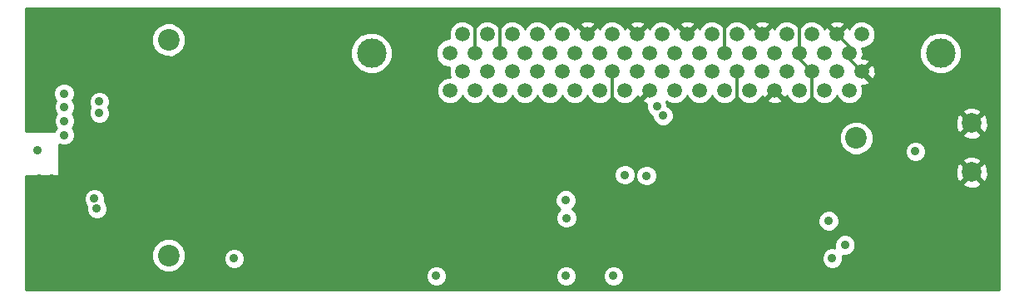
<source format=gbr>
G04 (created by PCBNEW (2013-mar-13)-testing) date Mon 11 Nov 2013 03:54:01 AM CET*
%MOIN*%
G04 Gerber Fmt 3.4, Leading zero omitted, Abs format*
%FSLAX34Y34*%
G01*
G70*
G90*
G04 APERTURE LIST*
%ADD10C,0.005906*%
%ADD11C,0.078740*%
%ADD12C,0.086614*%
%ADD13C,0.059055*%
%ADD14C,0.118110*%
%ADD15C,0.035000*%
%ADD16C,0.011811*%
%ADD17C,0.010000*%
G04 APERTURE END LIST*
G54D10*
G54D11*
X77460Y-54134D03*
X77460Y-52165D03*
G54D12*
X45275Y-48818D03*
X45275Y-57480D03*
X72834Y-52755D03*
G54D13*
X73059Y-50098D03*
X73059Y-48598D03*
X72559Y-50848D03*
X72559Y-49348D03*
X72059Y-50098D03*
X72059Y-48598D03*
X71559Y-50848D03*
X71559Y-49348D03*
X71059Y-50098D03*
X71059Y-48598D03*
X70559Y-50848D03*
X70559Y-49348D03*
X70059Y-50098D03*
X70059Y-48598D03*
X69559Y-50848D03*
X69559Y-49348D03*
X69059Y-50098D03*
X69059Y-48598D03*
X68559Y-50848D03*
X68559Y-49348D03*
X68059Y-50098D03*
X68059Y-48598D03*
X67559Y-50848D03*
X67559Y-49348D03*
X67059Y-50098D03*
X67059Y-48598D03*
X66559Y-50848D03*
X66559Y-49348D03*
X66059Y-50098D03*
X66059Y-48598D03*
X65559Y-50848D03*
X65559Y-49348D03*
X65059Y-50098D03*
X65059Y-48598D03*
X64559Y-50848D03*
X64559Y-49348D03*
X64059Y-50098D03*
X64059Y-48598D03*
X63559Y-50848D03*
X63559Y-49348D03*
X63059Y-50098D03*
X63059Y-48598D03*
X62559Y-50848D03*
X62559Y-49348D03*
X62059Y-50098D03*
X62059Y-48598D03*
X61559Y-50848D03*
X61559Y-49348D03*
X61059Y-50098D03*
X61059Y-48598D03*
X60559Y-50848D03*
X60559Y-49348D03*
X60059Y-50098D03*
X60059Y-48598D03*
X59559Y-50848D03*
X59559Y-49348D03*
X59059Y-50098D03*
X59059Y-48598D03*
X58559Y-50848D03*
X58559Y-49348D03*
X58059Y-50098D03*
X58059Y-48598D03*
X57559Y-50848D03*
X57559Y-49348D03*
X57059Y-50098D03*
X57059Y-48598D03*
X56559Y-50848D03*
X56559Y-49348D03*
G54D14*
X53409Y-49348D03*
X76208Y-49348D03*
G54D15*
X61200Y-58300D03*
X47900Y-57600D03*
X71730Y-56090D03*
X56000Y-58300D03*
X63100Y-58300D03*
X65000Y-58200D03*
X57800Y-58300D03*
X53000Y-58300D03*
X73500Y-54000D03*
X78200Y-57800D03*
X78200Y-57200D03*
X78200Y-56500D03*
X78200Y-55800D03*
X74100Y-56600D03*
X43300Y-56600D03*
X42900Y-50600D03*
X44100Y-51600D03*
X40100Y-54400D03*
X40600Y-54400D03*
X40600Y-54800D03*
X40600Y-55300D03*
X40600Y-55800D03*
X40010Y-53260D03*
X72380Y-57060D03*
X71870Y-57590D03*
X75200Y-53300D03*
X64840Y-51490D03*
X65090Y-51860D03*
X63560Y-54240D03*
X64430Y-54270D03*
X61190Y-55260D03*
X61220Y-55970D03*
X42300Y-55200D03*
X42400Y-55600D03*
X42500Y-51300D03*
X42500Y-51760D03*
X41090Y-50970D03*
X41100Y-51510D03*
X41100Y-52070D03*
X41100Y-52640D03*
G54D16*
X72559Y-49348D02*
X72559Y-49098D01*
X72559Y-49098D02*
X72059Y-48598D01*
X72559Y-49348D02*
X72559Y-49598D01*
X72559Y-49598D02*
X73059Y-50098D01*
X71059Y-50098D02*
X71059Y-51359D01*
X71059Y-51359D02*
X71100Y-51400D01*
X70559Y-49348D02*
X70559Y-49598D01*
X70559Y-49598D02*
X71059Y-50098D01*
X70559Y-49348D02*
X70559Y-48140D01*
X70559Y-48140D02*
X70600Y-48100D01*
X68059Y-50098D02*
X68059Y-51659D01*
X68059Y-51659D02*
X68100Y-51700D01*
X67559Y-49348D02*
X67559Y-48040D01*
X67559Y-48040D02*
X67600Y-48000D01*
X63059Y-50098D02*
X63059Y-51340D01*
X63059Y-51340D02*
X63000Y-51400D01*
X58559Y-49348D02*
X58559Y-48059D01*
X58559Y-48059D02*
X58500Y-48000D01*
X57559Y-49348D02*
X57559Y-48140D01*
X57559Y-48140D02*
X57600Y-48100D01*
G54D10*
G36*
X57635Y-49353D02*
X57564Y-49424D01*
X57559Y-49419D01*
X57553Y-49424D01*
X57482Y-49353D01*
X57488Y-49348D01*
X57482Y-49342D01*
X57553Y-49272D01*
X57559Y-49277D01*
X57564Y-49272D01*
X57635Y-49342D01*
X57629Y-49348D01*
X57635Y-49353D01*
X57635Y-49353D01*
G37*
G54D17*
X57635Y-49353D02*
X57564Y-49424D01*
X57559Y-49419D01*
X57553Y-49424D01*
X57482Y-49353D01*
X57488Y-49348D01*
X57482Y-49342D01*
X57553Y-49272D01*
X57559Y-49277D01*
X57564Y-49272D01*
X57635Y-49342D01*
X57629Y-49348D01*
X57635Y-49353D01*
G54D10*
G36*
X58635Y-49353D02*
X58564Y-49424D01*
X58559Y-49419D01*
X58553Y-49424D01*
X58482Y-49353D01*
X58488Y-49348D01*
X58482Y-49342D01*
X58553Y-49272D01*
X58559Y-49277D01*
X58564Y-49272D01*
X58635Y-49342D01*
X58629Y-49348D01*
X58635Y-49353D01*
X58635Y-49353D01*
G37*
G54D17*
X58635Y-49353D02*
X58564Y-49424D01*
X58559Y-49419D01*
X58553Y-49424D01*
X58482Y-49353D01*
X58488Y-49348D01*
X58482Y-49342D01*
X58553Y-49272D01*
X58559Y-49277D01*
X58564Y-49272D01*
X58635Y-49342D01*
X58629Y-49348D01*
X58635Y-49353D01*
G54D10*
G36*
X63135Y-50103D02*
X63064Y-50174D01*
X63059Y-50169D01*
X63053Y-50174D01*
X62982Y-50103D01*
X62988Y-50098D01*
X62982Y-50092D01*
X63053Y-50022D01*
X63059Y-50027D01*
X63064Y-50022D01*
X63135Y-50092D01*
X63129Y-50098D01*
X63135Y-50103D01*
X63135Y-50103D01*
G37*
G54D17*
X63135Y-50103D02*
X63064Y-50174D01*
X63059Y-50169D01*
X63053Y-50174D01*
X62982Y-50103D01*
X62988Y-50098D01*
X62982Y-50092D01*
X63053Y-50022D01*
X63059Y-50027D01*
X63064Y-50022D01*
X63135Y-50092D01*
X63129Y-50098D01*
X63135Y-50103D01*
G54D10*
G36*
X67635Y-49353D02*
X67564Y-49424D01*
X67559Y-49419D01*
X67553Y-49424D01*
X67482Y-49353D01*
X67488Y-49348D01*
X67482Y-49342D01*
X67553Y-49272D01*
X67559Y-49277D01*
X67564Y-49272D01*
X67635Y-49342D01*
X67629Y-49348D01*
X67635Y-49353D01*
X67635Y-49353D01*
G37*
G54D17*
X67635Y-49353D02*
X67564Y-49424D01*
X67559Y-49419D01*
X67553Y-49424D01*
X67482Y-49353D01*
X67488Y-49348D01*
X67482Y-49342D01*
X67553Y-49272D01*
X67559Y-49277D01*
X67564Y-49272D01*
X67635Y-49342D01*
X67629Y-49348D01*
X67635Y-49353D01*
G54D10*
G36*
X68135Y-50103D02*
X68064Y-50174D01*
X68059Y-50169D01*
X68053Y-50174D01*
X67982Y-50103D01*
X67988Y-50098D01*
X67982Y-50092D01*
X68053Y-50022D01*
X68059Y-50027D01*
X68064Y-50022D01*
X68135Y-50092D01*
X68129Y-50098D01*
X68135Y-50103D01*
X68135Y-50103D01*
G37*
G54D17*
X68135Y-50103D02*
X68064Y-50174D01*
X68059Y-50169D01*
X68053Y-50174D01*
X67982Y-50103D01*
X67988Y-50098D01*
X67982Y-50092D01*
X68053Y-50022D01*
X68059Y-50027D01*
X68064Y-50022D01*
X68135Y-50092D01*
X68129Y-50098D01*
X68135Y-50103D01*
G54D10*
G36*
X70635Y-49353D02*
X70564Y-49424D01*
X70559Y-49419D01*
X70553Y-49424D01*
X70482Y-49353D01*
X70488Y-49348D01*
X70482Y-49342D01*
X70553Y-49272D01*
X70559Y-49277D01*
X70564Y-49272D01*
X70635Y-49342D01*
X70629Y-49348D01*
X70635Y-49353D01*
X70635Y-49353D01*
G37*
G54D17*
X70635Y-49353D02*
X70564Y-49424D01*
X70559Y-49419D01*
X70553Y-49424D01*
X70482Y-49353D01*
X70488Y-49348D01*
X70482Y-49342D01*
X70553Y-49272D01*
X70559Y-49277D01*
X70564Y-49272D01*
X70635Y-49342D01*
X70629Y-49348D01*
X70635Y-49353D01*
G54D10*
G36*
X71135Y-50103D02*
X71064Y-50174D01*
X71059Y-50169D01*
X71053Y-50174D01*
X70982Y-50103D01*
X70988Y-50098D01*
X70982Y-50092D01*
X71053Y-50022D01*
X71059Y-50027D01*
X71064Y-50022D01*
X71135Y-50092D01*
X71129Y-50098D01*
X71135Y-50103D01*
X71135Y-50103D01*
G37*
G54D17*
X71135Y-50103D02*
X71064Y-50174D01*
X71059Y-50169D01*
X71053Y-50174D01*
X70982Y-50103D01*
X70988Y-50098D01*
X70982Y-50092D01*
X71053Y-50022D01*
X71059Y-50027D01*
X71064Y-50022D01*
X71135Y-50092D01*
X71129Y-50098D01*
X71135Y-50103D01*
G54D10*
G36*
X72635Y-49353D02*
X72564Y-49424D01*
X72559Y-49419D01*
X72553Y-49424D01*
X72482Y-49353D01*
X72488Y-49348D01*
X72482Y-49342D01*
X72553Y-49272D01*
X72559Y-49277D01*
X72564Y-49272D01*
X72635Y-49342D01*
X72629Y-49348D01*
X72635Y-49353D01*
X72635Y-49353D01*
G37*
G54D17*
X72635Y-49353D02*
X72564Y-49424D01*
X72559Y-49419D01*
X72553Y-49424D01*
X72482Y-49353D01*
X72488Y-49348D01*
X72482Y-49342D01*
X72553Y-49272D01*
X72559Y-49277D01*
X72564Y-49272D01*
X72635Y-49342D01*
X72629Y-49348D01*
X72635Y-49353D01*
G54D10*
G36*
X78550Y-58850D02*
X78107Y-58850D01*
X78107Y-54238D01*
X78107Y-52269D01*
X78098Y-52013D01*
X78018Y-51821D01*
X77913Y-51782D01*
X77843Y-51853D01*
X77843Y-51711D01*
X77804Y-51606D01*
X77564Y-51517D01*
X77308Y-51527D01*
X77115Y-51606D01*
X77076Y-51711D01*
X77460Y-52095D01*
X77843Y-51711D01*
X77843Y-51853D01*
X77530Y-52165D01*
X77913Y-52548D01*
X78018Y-52509D01*
X78107Y-52269D01*
X78107Y-54238D01*
X78098Y-53982D01*
X78018Y-53790D01*
X77913Y-53751D01*
X77843Y-53821D01*
X77843Y-53680D01*
X77843Y-52619D01*
X77460Y-52236D01*
X77389Y-52307D01*
X77389Y-52165D01*
X77049Y-51825D01*
X77049Y-49181D01*
X76921Y-48872D01*
X76685Y-48636D01*
X76376Y-48508D01*
X76042Y-48507D01*
X75733Y-48635D01*
X75496Y-48871D01*
X75368Y-49180D01*
X75367Y-49514D01*
X75495Y-49823D01*
X75731Y-50060D01*
X76040Y-50188D01*
X76375Y-50189D01*
X76684Y-50061D01*
X76920Y-49825D01*
X77049Y-49516D01*
X77049Y-49181D01*
X77049Y-51825D01*
X77006Y-51782D01*
X76901Y-51821D01*
X76812Y-52061D01*
X76821Y-52317D01*
X76901Y-52509D01*
X77006Y-52548D01*
X77389Y-52165D01*
X77389Y-52307D01*
X77076Y-52619D01*
X77115Y-52724D01*
X77355Y-52813D01*
X77611Y-52804D01*
X77804Y-52724D01*
X77843Y-52619D01*
X77843Y-53680D01*
X77804Y-53575D01*
X77564Y-53486D01*
X77308Y-53495D01*
X77115Y-53575D01*
X77076Y-53680D01*
X77460Y-54063D01*
X77843Y-53680D01*
X77843Y-53821D01*
X77530Y-54134D01*
X77913Y-54517D01*
X78018Y-54478D01*
X78107Y-54238D01*
X78107Y-58850D01*
X77843Y-58850D01*
X77843Y-54588D01*
X77460Y-54204D01*
X77389Y-54275D01*
X77389Y-54134D01*
X77006Y-53751D01*
X76901Y-53790D01*
X76812Y-54030D01*
X76821Y-54286D01*
X76901Y-54478D01*
X77006Y-54517D01*
X77389Y-54134D01*
X77389Y-54275D01*
X77076Y-54588D01*
X77115Y-54693D01*
X77355Y-54782D01*
X77611Y-54772D01*
X77804Y-54693D01*
X77843Y-54588D01*
X77843Y-58850D01*
X75625Y-58850D01*
X75625Y-53215D01*
X75560Y-53059D01*
X75441Y-52939D01*
X75284Y-52875D01*
X75115Y-52874D01*
X74959Y-52939D01*
X74839Y-53058D01*
X74775Y-53215D01*
X74774Y-53384D01*
X74839Y-53540D01*
X74958Y-53660D01*
X75115Y-53724D01*
X75284Y-53725D01*
X75440Y-53660D01*
X75560Y-53541D01*
X75624Y-53384D01*
X75625Y-53215D01*
X75625Y-58850D01*
X73609Y-58850D01*
X73609Y-50179D01*
X73604Y-50086D01*
X73604Y-48490D01*
X73521Y-48289D01*
X73368Y-48136D01*
X73167Y-48053D01*
X72951Y-48053D01*
X72750Y-48135D01*
X72597Y-48289D01*
X72561Y-48374D01*
X72536Y-48313D01*
X72441Y-48286D01*
X72370Y-48357D01*
X72370Y-48215D01*
X72344Y-48121D01*
X72139Y-48048D01*
X71923Y-48059D01*
X71774Y-48121D01*
X71747Y-48215D01*
X72059Y-48527D01*
X72370Y-48215D01*
X72370Y-48357D01*
X72129Y-48598D01*
X72135Y-48603D01*
X72064Y-48674D01*
X72059Y-48669D01*
X72053Y-48674D01*
X71982Y-48603D01*
X71988Y-48598D01*
X71676Y-48286D01*
X71581Y-48313D01*
X71558Y-48378D01*
X71521Y-48289D01*
X71368Y-48136D01*
X71167Y-48053D01*
X70951Y-48053D01*
X70750Y-48135D01*
X70597Y-48289D01*
X70559Y-48380D01*
X70521Y-48289D01*
X70368Y-48136D01*
X70167Y-48053D01*
X69951Y-48053D01*
X69750Y-48135D01*
X69597Y-48289D01*
X69561Y-48374D01*
X69536Y-48313D01*
X69441Y-48286D01*
X69370Y-48357D01*
X69370Y-48215D01*
X69344Y-48121D01*
X69139Y-48048D01*
X68923Y-48059D01*
X68774Y-48121D01*
X68747Y-48215D01*
X69059Y-48527D01*
X69370Y-48215D01*
X69370Y-48357D01*
X69129Y-48598D01*
X69135Y-48603D01*
X69064Y-48674D01*
X69059Y-48669D01*
X69053Y-48674D01*
X68982Y-48603D01*
X68988Y-48598D01*
X68676Y-48286D01*
X68581Y-48313D01*
X68558Y-48378D01*
X68521Y-48289D01*
X68368Y-48136D01*
X68167Y-48053D01*
X67951Y-48053D01*
X67750Y-48135D01*
X67597Y-48289D01*
X67559Y-48380D01*
X67521Y-48289D01*
X67368Y-48136D01*
X67167Y-48053D01*
X66951Y-48053D01*
X66750Y-48135D01*
X66597Y-48289D01*
X66561Y-48374D01*
X66536Y-48313D01*
X66441Y-48286D01*
X66370Y-48357D01*
X66370Y-48215D01*
X66344Y-48121D01*
X66139Y-48048D01*
X65923Y-48059D01*
X65774Y-48121D01*
X65747Y-48215D01*
X66059Y-48527D01*
X66370Y-48215D01*
X66370Y-48357D01*
X66129Y-48598D01*
X66135Y-48603D01*
X66064Y-48674D01*
X66059Y-48669D01*
X66053Y-48674D01*
X65982Y-48603D01*
X65988Y-48598D01*
X65676Y-48286D01*
X65581Y-48313D01*
X65558Y-48378D01*
X65521Y-48289D01*
X65368Y-48136D01*
X65167Y-48053D01*
X64951Y-48053D01*
X64750Y-48135D01*
X64597Y-48289D01*
X64561Y-48374D01*
X64536Y-48313D01*
X64441Y-48286D01*
X64370Y-48357D01*
X64370Y-48215D01*
X64344Y-48121D01*
X64139Y-48048D01*
X63923Y-48059D01*
X63774Y-48121D01*
X63747Y-48215D01*
X64059Y-48527D01*
X64370Y-48215D01*
X64370Y-48357D01*
X64129Y-48598D01*
X64135Y-48603D01*
X64064Y-48674D01*
X64059Y-48669D01*
X64053Y-48674D01*
X63982Y-48603D01*
X63988Y-48598D01*
X63676Y-48286D01*
X63581Y-48313D01*
X63558Y-48378D01*
X63521Y-48289D01*
X63368Y-48136D01*
X63167Y-48053D01*
X62951Y-48053D01*
X62750Y-48135D01*
X62597Y-48289D01*
X62561Y-48374D01*
X62536Y-48313D01*
X62441Y-48286D01*
X62370Y-48357D01*
X62370Y-48215D01*
X62344Y-48121D01*
X62139Y-48048D01*
X61923Y-48059D01*
X61774Y-48121D01*
X61747Y-48215D01*
X62059Y-48527D01*
X62370Y-48215D01*
X62370Y-48357D01*
X62129Y-48598D01*
X62135Y-48603D01*
X62064Y-48674D01*
X62059Y-48669D01*
X62053Y-48674D01*
X61982Y-48603D01*
X61988Y-48598D01*
X61676Y-48286D01*
X61581Y-48313D01*
X61558Y-48378D01*
X61521Y-48289D01*
X61368Y-48136D01*
X61167Y-48053D01*
X60951Y-48053D01*
X60750Y-48135D01*
X60597Y-48289D01*
X60559Y-48380D01*
X60521Y-48289D01*
X60368Y-48136D01*
X60167Y-48053D01*
X59951Y-48053D01*
X59750Y-48135D01*
X59597Y-48289D01*
X59559Y-48380D01*
X59521Y-48289D01*
X59368Y-48136D01*
X59167Y-48053D01*
X58951Y-48053D01*
X58750Y-48135D01*
X58597Y-48289D01*
X58559Y-48380D01*
X58521Y-48289D01*
X58368Y-48136D01*
X58167Y-48053D01*
X57951Y-48053D01*
X57750Y-48135D01*
X57597Y-48289D01*
X57559Y-48380D01*
X57521Y-48289D01*
X57368Y-48136D01*
X57167Y-48053D01*
X56951Y-48053D01*
X56750Y-48135D01*
X56597Y-48289D01*
X56513Y-48489D01*
X56513Y-48706D01*
X56538Y-48766D01*
X56443Y-48766D01*
X56230Y-48855D01*
X56066Y-49018D01*
X55977Y-49232D01*
X55977Y-49463D01*
X56065Y-49677D01*
X56229Y-49841D01*
X56442Y-49929D01*
X56538Y-49929D01*
X56513Y-49989D01*
X56513Y-50206D01*
X56553Y-50303D01*
X56451Y-50303D01*
X56250Y-50385D01*
X56097Y-50539D01*
X56013Y-50739D01*
X56013Y-50956D01*
X56096Y-51156D01*
X56249Y-51310D01*
X56450Y-51393D01*
X56667Y-51393D01*
X56867Y-51310D01*
X57021Y-51157D01*
X57059Y-51066D01*
X57096Y-51156D01*
X57249Y-51310D01*
X57450Y-51393D01*
X57667Y-51393D01*
X57867Y-51310D01*
X58021Y-51157D01*
X58059Y-51066D01*
X58096Y-51156D01*
X58249Y-51310D01*
X58450Y-51393D01*
X58667Y-51393D01*
X58867Y-51310D01*
X59021Y-51157D01*
X59059Y-51066D01*
X59096Y-51156D01*
X59249Y-51310D01*
X59450Y-51393D01*
X59667Y-51393D01*
X59867Y-51310D01*
X60021Y-51157D01*
X60059Y-51066D01*
X60096Y-51156D01*
X60249Y-51310D01*
X60450Y-51393D01*
X60667Y-51393D01*
X60867Y-51310D01*
X61021Y-51157D01*
X61059Y-51066D01*
X61096Y-51156D01*
X61249Y-51310D01*
X61450Y-51393D01*
X61667Y-51393D01*
X61867Y-51310D01*
X62021Y-51157D01*
X62059Y-51066D01*
X62096Y-51156D01*
X62249Y-51310D01*
X62450Y-51393D01*
X62667Y-51393D01*
X62867Y-51310D01*
X63021Y-51157D01*
X63059Y-51066D01*
X63096Y-51156D01*
X63249Y-51310D01*
X63450Y-51393D01*
X63667Y-51393D01*
X63867Y-51310D01*
X64021Y-51157D01*
X64056Y-51072D01*
X64081Y-51133D01*
X64176Y-51160D01*
X64488Y-50848D01*
X64482Y-50842D01*
X64553Y-50772D01*
X64559Y-50777D01*
X64564Y-50772D01*
X64635Y-50842D01*
X64629Y-50848D01*
X64635Y-50853D01*
X64564Y-50924D01*
X64559Y-50919D01*
X64247Y-51230D01*
X64274Y-51325D01*
X64425Y-51379D01*
X64415Y-51405D01*
X64414Y-51574D01*
X64479Y-51730D01*
X64598Y-51850D01*
X64664Y-51877D01*
X64664Y-51944D01*
X64729Y-52100D01*
X64848Y-52220D01*
X65005Y-52284D01*
X65174Y-52285D01*
X65330Y-52220D01*
X65450Y-52101D01*
X65514Y-51944D01*
X65515Y-51775D01*
X65450Y-51619D01*
X65331Y-51499D01*
X65265Y-51472D01*
X65265Y-51405D01*
X65208Y-51269D01*
X65249Y-51310D01*
X65450Y-51393D01*
X65667Y-51393D01*
X65867Y-51310D01*
X66021Y-51157D01*
X66059Y-51066D01*
X66096Y-51156D01*
X66249Y-51310D01*
X66450Y-51393D01*
X66667Y-51393D01*
X66867Y-51310D01*
X67021Y-51157D01*
X67059Y-51066D01*
X67096Y-51156D01*
X67249Y-51310D01*
X67450Y-51393D01*
X67667Y-51393D01*
X67867Y-51310D01*
X68021Y-51157D01*
X68059Y-51066D01*
X68096Y-51156D01*
X68249Y-51310D01*
X68450Y-51393D01*
X68667Y-51393D01*
X68867Y-51310D01*
X69021Y-51157D01*
X69056Y-51072D01*
X69081Y-51133D01*
X69176Y-51160D01*
X69488Y-50848D01*
X69482Y-50842D01*
X69553Y-50772D01*
X69559Y-50777D01*
X69564Y-50772D01*
X69635Y-50842D01*
X69629Y-50848D01*
X69941Y-51160D01*
X70036Y-51133D01*
X70059Y-51067D01*
X70096Y-51156D01*
X70249Y-51310D01*
X70450Y-51393D01*
X70667Y-51393D01*
X70867Y-51310D01*
X71021Y-51157D01*
X71059Y-51066D01*
X71096Y-51156D01*
X71249Y-51310D01*
X71450Y-51393D01*
X71667Y-51393D01*
X71867Y-51310D01*
X72021Y-51157D01*
X72059Y-51066D01*
X72096Y-51156D01*
X72249Y-51310D01*
X72450Y-51393D01*
X72667Y-51393D01*
X72867Y-51310D01*
X73021Y-51157D01*
X73104Y-50957D01*
X73104Y-50740D01*
X73064Y-50644D01*
X73195Y-50637D01*
X73344Y-50575D01*
X73370Y-50480D01*
X73059Y-50169D01*
X73053Y-50174D01*
X72982Y-50103D01*
X72988Y-50098D01*
X72982Y-50092D01*
X73053Y-50022D01*
X73059Y-50027D01*
X73370Y-49715D01*
X73344Y-49621D01*
X73139Y-49548D01*
X73065Y-49552D01*
X73109Y-49429D01*
X73098Y-49212D01*
X73069Y-49143D01*
X73167Y-49143D01*
X73367Y-49060D01*
X73521Y-48907D01*
X73604Y-48707D01*
X73604Y-48490D01*
X73604Y-50086D01*
X73598Y-49962D01*
X73536Y-49813D01*
X73441Y-49786D01*
X73129Y-50098D01*
X73441Y-50410D01*
X73536Y-50383D01*
X73609Y-50179D01*
X73609Y-58850D01*
X73517Y-58850D01*
X73517Y-52620D01*
X73414Y-52369D01*
X73222Y-52177D01*
X72971Y-52072D01*
X72699Y-52072D01*
X72448Y-52176D01*
X72255Y-52368D01*
X72151Y-52619D01*
X72151Y-52891D01*
X72255Y-53142D01*
X72447Y-53334D01*
X72698Y-53438D01*
X72969Y-53439D01*
X73221Y-53335D01*
X73413Y-53143D01*
X73517Y-52892D01*
X73517Y-52620D01*
X73517Y-58850D01*
X72805Y-58850D01*
X72805Y-56975D01*
X72740Y-56819D01*
X72621Y-56699D01*
X72464Y-56635D01*
X72295Y-56634D01*
X72155Y-56693D01*
X72155Y-56005D01*
X72090Y-55849D01*
X71971Y-55729D01*
X71814Y-55665D01*
X71645Y-55664D01*
X71489Y-55729D01*
X71369Y-55848D01*
X71305Y-56005D01*
X71304Y-56174D01*
X71369Y-56330D01*
X71488Y-56450D01*
X71645Y-56514D01*
X71814Y-56515D01*
X71970Y-56450D01*
X72090Y-56331D01*
X72154Y-56174D01*
X72155Y-56005D01*
X72155Y-56693D01*
X72139Y-56699D01*
X72019Y-56818D01*
X71955Y-56975D01*
X71954Y-57144D01*
X71965Y-57169D01*
X71954Y-57165D01*
X71785Y-57164D01*
X71629Y-57229D01*
X71509Y-57348D01*
X71445Y-57505D01*
X71444Y-57674D01*
X71509Y-57830D01*
X71628Y-57950D01*
X71785Y-58014D01*
X71954Y-58015D01*
X72110Y-57950D01*
X72230Y-57831D01*
X72294Y-57674D01*
X72295Y-57505D01*
X72284Y-57480D01*
X72295Y-57484D01*
X72464Y-57485D01*
X72620Y-57420D01*
X72740Y-57301D01*
X72804Y-57144D01*
X72805Y-56975D01*
X72805Y-58850D01*
X69870Y-58850D01*
X69870Y-51230D01*
X69559Y-50919D01*
X69247Y-51230D01*
X69274Y-51325D01*
X69478Y-51398D01*
X69695Y-51387D01*
X69844Y-51325D01*
X69870Y-51230D01*
X69870Y-58850D01*
X64855Y-58850D01*
X64855Y-54185D01*
X64790Y-54029D01*
X64671Y-53909D01*
X64514Y-53845D01*
X64345Y-53844D01*
X64189Y-53909D01*
X64069Y-54028D01*
X64005Y-54185D01*
X64004Y-54354D01*
X64069Y-54510D01*
X64188Y-54630D01*
X64345Y-54694D01*
X64514Y-54695D01*
X64670Y-54630D01*
X64790Y-54511D01*
X64854Y-54354D01*
X64855Y-54185D01*
X64855Y-58850D01*
X63985Y-58850D01*
X63985Y-54155D01*
X63920Y-53999D01*
X63801Y-53879D01*
X63644Y-53815D01*
X63475Y-53814D01*
X63319Y-53879D01*
X63199Y-53998D01*
X63135Y-54155D01*
X63134Y-54324D01*
X63199Y-54480D01*
X63318Y-54600D01*
X63475Y-54664D01*
X63644Y-54665D01*
X63800Y-54600D01*
X63920Y-54481D01*
X63984Y-54324D01*
X63985Y-54155D01*
X63985Y-58850D01*
X63525Y-58850D01*
X63525Y-58215D01*
X63460Y-58059D01*
X63341Y-57939D01*
X63184Y-57875D01*
X63015Y-57874D01*
X62859Y-57939D01*
X62739Y-58058D01*
X62675Y-58215D01*
X62674Y-58384D01*
X62739Y-58540D01*
X62858Y-58660D01*
X63015Y-58724D01*
X63184Y-58725D01*
X63340Y-58660D01*
X63460Y-58541D01*
X63524Y-58384D01*
X63525Y-58215D01*
X63525Y-58850D01*
X61645Y-58850D01*
X61645Y-55885D01*
X61580Y-55729D01*
X61461Y-55609D01*
X61446Y-55604D01*
X61550Y-55501D01*
X61614Y-55344D01*
X61615Y-55175D01*
X61550Y-55019D01*
X61431Y-54899D01*
X61274Y-54835D01*
X61105Y-54834D01*
X60949Y-54899D01*
X60829Y-55018D01*
X60765Y-55175D01*
X60764Y-55344D01*
X60829Y-55500D01*
X60948Y-55620D01*
X60963Y-55625D01*
X60859Y-55728D01*
X60795Y-55885D01*
X60794Y-56054D01*
X60859Y-56210D01*
X60978Y-56330D01*
X61135Y-56394D01*
X61304Y-56395D01*
X61460Y-56330D01*
X61580Y-56211D01*
X61644Y-56054D01*
X61645Y-55885D01*
X61645Y-58850D01*
X61625Y-58850D01*
X61625Y-58215D01*
X61560Y-58059D01*
X61441Y-57939D01*
X61284Y-57875D01*
X61115Y-57874D01*
X60959Y-57939D01*
X60839Y-58058D01*
X60775Y-58215D01*
X60774Y-58384D01*
X60839Y-58540D01*
X60958Y-58660D01*
X61115Y-58724D01*
X61284Y-58725D01*
X61440Y-58660D01*
X61560Y-58541D01*
X61624Y-58384D01*
X61625Y-58215D01*
X61625Y-58850D01*
X56425Y-58850D01*
X56425Y-58215D01*
X56360Y-58059D01*
X56241Y-57939D01*
X56084Y-57875D01*
X55915Y-57874D01*
X55759Y-57939D01*
X55639Y-58058D01*
X55575Y-58215D01*
X55574Y-58384D01*
X55639Y-58540D01*
X55758Y-58660D01*
X55915Y-58724D01*
X56084Y-58725D01*
X56240Y-58660D01*
X56360Y-58541D01*
X56424Y-58384D01*
X56425Y-58215D01*
X56425Y-58850D01*
X54250Y-58850D01*
X54250Y-49181D01*
X54122Y-48872D01*
X53886Y-48636D01*
X53577Y-48508D01*
X53242Y-48507D01*
X52933Y-48635D01*
X52697Y-48871D01*
X52569Y-49180D01*
X52568Y-49514D01*
X52696Y-49823D01*
X52932Y-50060D01*
X53241Y-50188D01*
X53575Y-50189D01*
X53884Y-50061D01*
X54121Y-49825D01*
X54249Y-49516D01*
X54250Y-49181D01*
X54250Y-58850D01*
X48325Y-58850D01*
X48325Y-57515D01*
X48260Y-57359D01*
X48141Y-57239D01*
X47984Y-57175D01*
X47815Y-57174D01*
X47659Y-57239D01*
X47539Y-57358D01*
X47475Y-57515D01*
X47474Y-57684D01*
X47539Y-57840D01*
X47658Y-57960D01*
X47815Y-58024D01*
X47984Y-58025D01*
X48140Y-57960D01*
X48260Y-57841D01*
X48324Y-57684D01*
X48325Y-57515D01*
X48325Y-58850D01*
X45958Y-58850D01*
X45958Y-57345D01*
X45958Y-48683D01*
X45855Y-48432D01*
X45663Y-48240D01*
X45412Y-48135D01*
X45140Y-48135D01*
X44889Y-48239D01*
X44696Y-48431D01*
X44592Y-48682D01*
X44592Y-48954D01*
X44696Y-49205D01*
X44888Y-49397D01*
X45139Y-49501D01*
X45410Y-49502D01*
X45662Y-49398D01*
X45854Y-49206D01*
X45958Y-48955D01*
X45958Y-48683D01*
X45958Y-57345D01*
X45855Y-57093D01*
X45663Y-56901D01*
X45412Y-56797D01*
X45140Y-56797D01*
X44889Y-56900D01*
X44696Y-57092D01*
X44592Y-57343D01*
X44592Y-57615D01*
X44696Y-57866D01*
X44888Y-58059D01*
X45139Y-58163D01*
X45410Y-58163D01*
X45662Y-58059D01*
X45854Y-57867D01*
X45958Y-57616D01*
X45958Y-57345D01*
X45958Y-58850D01*
X42925Y-58850D01*
X42925Y-51675D01*
X42864Y-51529D01*
X42924Y-51384D01*
X42925Y-51215D01*
X42860Y-51059D01*
X42741Y-50939D01*
X42584Y-50875D01*
X42415Y-50874D01*
X42259Y-50939D01*
X42139Y-51058D01*
X42075Y-51215D01*
X42074Y-51384D01*
X42135Y-51530D01*
X42075Y-51675D01*
X42074Y-51844D01*
X42139Y-52000D01*
X42258Y-52120D01*
X42415Y-52184D01*
X42584Y-52185D01*
X42740Y-52120D01*
X42860Y-52001D01*
X42924Y-51844D01*
X42925Y-51675D01*
X42925Y-58850D01*
X42825Y-58850D01*
X42825Y-55515D01*
X42760Y-55359D01*
X42713Y-55312D01*
X42724Y-55284D01*
X42725Y-55115D01*
X42660Y-54959D01*
X42541Y-54839D01*
X42384Y-54775D01*
X42215Y-54774D01*
X42059Y-54839D01*
X41939Y-54958D01*
X41875Y-55115D01*
X41874Y-55284D01*
X41939Y-55440D01*
X41986Y-55487D01*
X41975Y-55515D01*
X41974Y-55684D01*
X42039Y-55840D01*
X42158Y-55960D01*
X42315Y-56024D01*
X42484Y-56025D01*
X42640Y-55960D01*
X42760Y-55841D01*
X42824Y-55684D01*
X42825Y-55515D01*
X42825Y-58850D01*
X39550Y-58850D01*
X39550Y-54300D01*
X40900Y-54300D01*
X40900Y-53017D01*
X41015Y-53064D01*
X41184Y-53065D01*
X41340Y-53000D01*
X41460Y-52881D01*
X41524Y-52724D01*
X41525Y-52555D01*
X41460Y-52399D01*
X41416Y-52355D01*
X41460Y-52311D01*
X41524Y-52154D01*
X41525Y-51985D01*
X41460Y-51829D01*
X41421Y-51790D01*
X41460Y-51751D01*
X41524Y-51594D01*
X41525Y-51425D01*
X41460Y-51269D01*
X41426Y-51235D01*
X41450Y-51211D01*
X41514Y-51054D01*
X41515Y-50885D01*
X41450Y-50729D01*
X41331Y-50609D01*
X41174Y-50545D01*
X41005Y-50544D01*
X40849Y-50609D01*
X40729Y-50728D01*
X40665Y-50885D01*
X40664Y-51054D01*
X40729Y-51210D01*
X40763Y-51244D01*
X40739Y-51268D01*
X40675Y-51425D01*
X40674Y-51594D01*
X40739Y-51750D01*
X40778Y-51789D01*
X40739Y-51828D01*
X40675Y-51985D01*
X40674Y-52154D01*
X40739Y-52310D01*
X40783Y-52354D01*
X40739Y-52398D01*
X40697Y-52500D01*
X39550Y-52500D01*
X39550Y-47550D01*
X78550Y-47550D01*
X78550Y-58850D01*
X78550Y-58850D01*
G37*
G54D17*
X78550Y-58850D02*
X78107Y-58850D01*
X78107Y-54238D01*
X78107Y-52269D01*
X78098Y-52013D01*
X78018Y-51821D01*
X77913Y-51782D01*
X77843Y-51853D01*
X77843Y-51711D01*
X77804Y-51606D01*
X77564Y-51517D01*
X77308Y-51527D01*
X77115Y-51606D01*
X77076Y-51711D01*
X77460Y-52095D01*
X77843Y-51711D01*
X77843Y-51853D01*
X77530Y-52165D01*
X77913Y-52548D01*
X78018Y-52509D01*
X78107Y-52269D01*
X78107Y-54238D01*
X78098Y-53982D01*
X78018Y-53790D01*
X77913Y-53751D01*
X77843Y-53821D01*
X77843Y-53680D01*
X77843Y-52619D01*
X77460Y-52236D01*
X77389Y-52307D01*
X77389Y-52165D01*
X77049Y-51825D01*
X77049Y-49181D01*
X76921Y-48872D01*
X76685Y-48636D01*
X76376Y-48508D01*
X76042Y-48507D01*
X75733Y-48635D01*
X75496Y-48871D01*
X75368Y-49180D01*
X75367Y-49514D01*
X75495Y-49823D01*
X75731Y-50060D01*
X76040Y-50188D01*
X76375Y-50189D01*
X76684Y-50061D01*
X76920Y-49825D01*
X77049Y-49516D01*
X77049Y-49181D01*
X77049Y-51825D01*
X77006Y-51782D01*
X76901Y-51821D01*
X76812Y-52061D01*
X76821Y-52317D01*
X76901Y-52509D01*
X77006Y-52548D01*
X77389Y-52165D01*
X77389Y-52307D01*
X77076Y-52619D01*
X77115Y-52724D01*
X77355Y-52813D01*
X77611Y-52804D01*
X77804Y-52724D01*
X77843Y-52619D01*
X77843Y-53680D01*
X77804Y-53575D01*
X77564Y-53486D01*
X77308Y-53495D01*
X77115Y-53575D01*
X77076Y-53680D01*
X77460Y-54063D01*
X77843Y-53680D01*
X77843Y-53821D01*
X77530Y-54134D01*
X77913Y-54517D01*
X78018Y-54478D01*
X78107Y-54238D01*
X78107Y-58850D01*
X77843Y-58850D01*
X77843Y-54588D01*
X77460Y-54204D01*
X77389Y-54275D01*
X77389Y-54134D01*
X77006Y-53751D01*
X76901Y-53790D01*
X76812Y-54030D01*
X76821Y-54286D01*
X76901Y-54478D01*
X77006Y-54517D01*
X77389Y-54134D01*
X77389Y-54275D01*
X77076Y-54588D01*
X77115Y-54693D01*
X77355Y-54782D01*
X77611Y-54772D01*
X77804Y-54693D01*
X77843Y-54588D01*
X77843Y-58850D01*
X75625Y-58850D01*
X75625Y-53215D01*
X75560Y-53059D01*
X75441Y-52939D01*
X75284Y-52875D01*
X75115Y-52874D01*
X74959Y-52939D01*
X74839Y-53058D01*
X74775Y-53215D01*
X74774Y-53384D01*
X74839Y-53540D01*
X74958Y-53660D01*
X75115Y-53724D01*
X75284Y-53725D01*
X75440Y-53660D01*
X75560Y-53541D01*
X75624Y-53384D01*
X75625Y-53215D01*
X75625Y-58850D01*
X73609Y-58850D01*
X73609Y-50179D01*
X73604Y-50086D01*
X73604Y-48490D01*
X73521Y-48289D01*
X73368Y-48136D01*
X73167Y-48053D01*
X72951Y-48053D01*
X72750Y-48135D01*
X72597Y-48289D01*
X72561Y-48374D01*
X72536Y-48313D01*
X72441Y-48286D01*
X72370Y-48357D01*
X72370Y-48215D01*
X72344Y-48121D01*
X72139Y-48048D01*
X71923Y-48059D01*
X71774Y-48121D01*
X71747Y-48215D01*
X72059Y-48527D01*
X72370Y-48215D01*
X72370Y-48357D01*
X72129Y-48598D01*
X72135Y-48603D01*
X72064Y-48674D01*
X72059Y-48669D01*
X72053Y-48674D01*
X71982Y-48603D01*
X71988Y-48598D01*
X71676Y-48286D01*
X71581Y-48313D01*
X71558Y-48378D01*
X71521Y-48289D01*
X71368Y-48136D01*
X71167Y-48053D01*
X70951Y-48053D01*
X70750Y-48135D01*
X70597Y-48289D01*
X70559Y-48380D01*
X70521Y-48289D01*
X70368Y-48136D01*
X70167Y-48053D01*
X69951Y-48053D01*
X69750Y-48135D01*
X69597Y-48289D01*
X69561Y-48374D01*
X69536Y-48313D01*
X69441Y-48286D01*
X69370Y-48357D01*
X69370Y-48215D01*
X69344Y-48121D01*
X69139Y-48048D01*
X68923Y-48059D01*
X68774Y-48121D01*
X68747Y-48215D01*
X69059Y-48527D01*
X69370Y-48215D01*
X69370Y-48357D01*
X69129Y-48598D01*
X69135Y-48603D01*
X69064Y-48674D01*
X69059Y-48669D01*
X69053Y-48674D01*
X68982Y-48603D01*
X68988Y-48598D01*
X68676Y-48286D01*
X68581Y-48313D01*
X68558Y-48378D01*
X68521Y-48289D01*
X68368Y-48136D01*
X68167Y-48053D01*
X67951Y-48053D01*
X67750Y-48135D01*
X67597Y-48289D01*
X67559Y-48380D01*
X67521Y-48289D01*
X67368Y-48136D01*
X67167Y-48053D01*
X66951Y-48053D01*
X66750Y-48135D01*
X66597Y-48289D01*
X66561Y-48374D01*
X66536Y-48313D01*
X66441Y-48286D01*
X66370Y-48357D01*
X66370Y-48215D01*
X66344Y-48121D01*
X66139Y-48048D01*
X65923Y-48059D01*
X65774Y-48121D01*
X65747Y-48215D01*
X66059Y-48527D01*
X66370Y-48215D01*
X66370Y-48357D01*
X66129Y-48598D01*
X66135Y-48603D01*
X66064Y-48674D01*
X66059Y-48669D01*
X66053Y-48674D01*
X65982Y-48603D01*
X65988Y-48598D01*
X65676Y-48286D01*
X65581Y-48313D01*
X65558Y-48378D01*
X65521Y-48289D01*
X65368Y-48136D01*
X65167Y-48053D01*
X64951Y-48053D01*
X64750Y-48135D01*
X64597Y-48289D01*
X64561Y-48374D01*
X64536Y-48313D01*
X64441Y-48286D01*
X64370Y-48357D01*
X64370Y-48215D01*
X64344Y-48121D01*
X64139Y-48048D01*
X63923Y-48059D01*
X63774Y-48121D01*
X63747Y-48215D01*
X64059Y-48527D01*
X64370Y-48215D01*
X64370Y-48357D01*
X64129Y-48598D01*
X64135Y-48603D01*
X64064Y-48674D01*
X64059Y-48669D01*
X64053Y-48674D01*
X63982Y-48603D01*
X63988Y-48598D01*
X63676Y-48286D01*
X63581Y-48313D01*
X63558Y-48378D01*
X63521Y-48289D01*
X63368Y-48136D01*
X63167Y-48053D01*
X62951Y-48053D01*
X62750Y-48135D01*
X62597Y-48289D01*
X62561Y-48374D01*
X62536Y-48313D01*
X62441Y-48286D01*
X62370Y-48357D01*
X62370Y-48215D01*
X62344Y-48121D01*
X62139Y-48048D01*
X61923Y-48059D01*
X61774Y-48121D01*
X61747Y-48215D01*
X62059Y-48527D01*
X62370Y-48215D01*
X62370Y-48357D01*
X62129Y-48598D01*
X62135Y-48603D01*
X62064Y-48674D01*
X62059Y-48669D01*
X62053Y-48674D01*
X61982Y-48603D01*
X61988Y-48598D01*
X61676Y-48286D01*
X61581Y-48313D01*
X61558Y-48378D01*
X61521Y-48289D01*
X61368Y-48136D01*
X61167Y-48053D01*
X60951Y-48053D01*
X60750Y-48135D01*
X60597Y-48289D01*
X60559Y-48380D01*
X60521Y-48289D01*
X60368Y-48136D01*
X60167Y-48053D01*
X59951Y-48053D01*
X59750Y-48135D01*
X59597Y-48289D01*
X59559Y-48380D01*
X59521Y-48289D01*
X59368Y-48136D01*
X59167Y-48053D01*
X58951Y-48053D01*
X58750Y-48135D01*
X58597Y-48289D01*
X58559Y-48380D01*
X58521Y-48289D01*
X58368Y-48136D01*
X58167Y-48053D01*
X57951Y-48053D01*
X57750Y-48135D01*
X57597Y-48289D01*
X57559Y-48380D01*
X57521Y-48289D01*
X57368Y-48136D01*
X57167Y-48053D01*
X56951Y-48053D01*
X56750Y-48135D01*
X56597Y-48289D01*
X56513Y-48489D01*
X56513Y-48706D01*
X56538Y-48766D01*
X56443Y-48766D01*
X56230Y-48855D01*
X56066Y-49018D01*
X55977Y-49232D01*
X55977Y-49463D01*
X56065Y-49677D01*
X56229Y-49841D01*
X56442Y-49929D01*
X56538Y-49929D01*
X56513Y-49989D01*
X56513Y-50206D01*
X56553Y-50303D01*
X56451Y-50303D01*
X56250Y-50385D01*
X56097Y-50539D01*
X56013Y-50739D01*
X56013Y-50956D01*
X56096Y-51156D01*
X56249Y-51310D01*
X56450Y-51393D01*
X56667Y-51393D01*
X56867Y-51310D01*
X57021Y-51157D01*
X57059Y-51066D01*
X57096Y-51156D01*
X57249Y-51310D01*
X57450Y-51393D01*
X57667Y-51393D01*
X57867Y-51310D01*
X58021Y-51157D01*
X58059Y-51066D01*
X58096Y-51156D01*
X58249Y-51310D01*
X58450Y-51393D01*
X58667Y-51393D01*
X58867Y-51310D01*
X59021Y-51157D01*
X59059Y-51066D01*
X59096Y-51156D01*
X59249Y-51310D01*
X59450Y-51393D01*
X59667Y-51393D01*
X59867Y-51310D01*
X60021Y-51157D01*
X60059Y-51066D01*
X60096Y-51156D01*
X60249Y-51310D01*
X60450Y-51393D01*
X60667Y-51393D01*
X60867Y-51310D01*
X61021Y-51157D01*
X61059Y-51066D01*
X61096Y-51156D01*
X61249Y-51310D01*
X61450Y-51393D01*
X61667Y-51393D01*
X61867Y-51310D01*
X62021Y-51157D01*
X62059Y-51066D01*
X62096Y-51156D01*
X62249Y-51310D01*
X62450Y-51393D01*
X62667Y-51393D01*
X62867Y-51310D01*
X63021Y-51157D01*
X63059Y-51066D01*
X63096Y-51156D01*
X63249Y-51310D01*
X63450Y-51393D01*
X63667Y-51393D01*
X63867Y-51310D01*
X64021Y-51157D01*
X64056Y-51072D01*
X64081Y-51133D01*
X64176Y-51160D01*
X64488Y-50848D01*
X64482Y-50842D01*
X64553Y-50772D01*
X64559Y-50777D01*
X64564Y-50772D01*
X64635Y-50842D01*
X64629Y-50848D01*
X64635Y-50853D01*
X64564Y-50924D01*
X64559Y-50919D01*
X64247Y-51230D01*
X64274Y-51325D01*
X64425Y-51379D01*
X64415Y-51405D01*
X64414Y-51574D01*
X64479Y-51730D01*
X64598Y-51850D01*
X64664Y-51877D01*
X64664Y-51944D01*
X64729Y-52100D01*
X64848Y-52220D01*
X65005Y-52284D01*
X65174Y-52285D01*
X65330Y-52220D01*
X65450Y-52101D01*
X65514Y-51944D01*
X65515Y-51775D01*
X65450Y-51619D01*
X65331Y-51499D01*
X65265Y-51472D01*
X65265Y-51405D01*
X65208Y-51269D01*
X65249Y-51310D01*
X65450Y-51393D01*
X65667Y-51393D01*
X65867Y-51310D01*
X66021Y-51157D01*
X66059Y-51066D01*
X66096Y-51156D01*
X66249Y-51310D01*
X66450Y-51393D01*
X66667Y-51393D01*
X66867Y-51310D01*
X67021Y-51157D01*
X67059Y-51066D01*
X67096Y-51156D01*
X67249Y-51310D01*
X67450Y-51393D01*
X67667Y-51393D01*
X67867Y-51310D01*
X68021Y-51157D01*
X68059Y-51066D01*
X68096Y-51156D01*
X68249Y-51310D01*
X68450Y-51393D01*
X68667Y-51393D01*
X68867Y-51310D01*
X69021Y-51157D01*
X69056Y-51072D01*
X69081Y-51133D01*
X69176Y-51160D01*
X69488Y-50848D01*
X69482Y-50842D01*
X69553Y-50772D01*
X69559Y-50777D01*
X69564Y-50772D01*
X69635Y-50842D01*
X69629Y-50848D01*
X69941Y-51160D01*
X70036Y-51133D01*
X70059Y-51067D01*
X70096Y-51156D01*
X70249Y-51310D01*
X70450Y-51393D01*
X70667Y-51393D01*
X70867Y-51310D01*
X71021Y-51157D01*
X71059Y-51066D01*
X71096Y-51156D01*
X71249Y-51310D01*
X71450Y-51393D01*
X71667Y-51393D01*
X71867Y-51310D01*
X72021Y-51157D01*
X72059Y-51066D01*
X72096Y-51156D01*
X72249Y-51310D01*
X72450Y-51393D01*
X72667Y-51393D01*
X72867Y-51310D01*
X73021Y-51157D01*
X73104Y-50957D01*
X73104Y-50740D01*
X73064Y-50644D01*
X73195Y-50637D01*
X73344Y-50575D01*
X73370Y-50480D01*
X73059Y-50169D01*
X73053Y-50174D01*
X72982Y-50103D01*
X72988Y-50098D01*
X72982Y-50092D01*
X73053Y-50022D01*
X73059Y-50027D01*
X73370Y-49715D01*
X73344Y-49621D01*
X73139Y-49548D01*
X73065Y-49552D01*
X73109Y-49429D01*
X73098Y-49212D01*
X73069Y-49143D01*
X73167Y-49143D01*
X73367Y-49060D01*
X73521Y-48907D01*
X73604Y-48707D01*
X73604Y-48490D01*
X73604Y-50086D01*
X73598Y-49962D01*
X73536Y-49813D01*
X73441Y-49786D01*
X73129Y-50098D01*
X73441Y-50410D01*
X73536Y-50383D01*
X73609Y-50179D01*
X73609Y-58850D01*
X73517Y-58850D01*
X73517Y-52620D01*
X73414Y-52369D01*
X73222Y-52177D01*
X72971Y-52072D01*
X72699Y-52072D01*
X72448Y-52176D01*
X72255Y-52368D01*
X72151Y-52619D01*
X72151Y-52891D01*
X72255Y-53142D01*
X72447Y-53334D01*
X72698Y-53438D01*
X72969Y-53439D01*
X73221Y-53335D01*
X73413Y-53143D01*
X73517Y-52892D01*
X73517Y-52620D01*
X73517Y-58850D01*
X72805Y-58850D01*
X72805Y-56975D01*
X72740Y-56819D01*
X72621Y-56699D01*
X72464Y-56635D01*
X72295Y-56634D01*
X72155Y-56693D01*
X72155Y-56005D01*
X72090Y-55849D01*
X71971Y-55729D01*
X71814Y-55665D01*
X71645Y-55664D01*
X71489Y-55729D01*
X71369Y-55848D01*
X71305Y-56005D01*
X71304Y-56174D01*
X71369Y-56330D01*
X71488Y-56450D01*
X71645Y-56514D01*
X71814Y-56515D01*
X71970Y-56450D01*
X72090Y-56331D01*
X72154Y-56174D01*
X72155Y-56005D01*
X72155Y-56693D01*
X72139Y-56699D01*
X72019Y-56818D01*
X71955Y-56975D01*
X71954Y-57144D01*
X71965Y-57169D01*
X71954Y-57165D01*
X71785Y-57164D01*
X71629Y-57229D01*
X71509Y-57348D01*
X71445Y-57505D01*
X71444Y-57674D01*
X71509Y-57830D01*
X71628Y-57950D01*
X71785Y-58014D01*
X71954Y-58015D01*
X72110Y-57950D01*
X72230Y-57831D01*
X72294Y-57674D01*
X72295Y-57505D01*
X72284Y-57480D01*
X72295Y-57484D01*
X72464Y-57485D01*
X72620Y-57420D01*
X72740Y-57301D01*
X72804Y-57144D01*
X72805Y-56975D01*
X72805Y-58850D01*
X69870Y-58850D01*
X69870Y-51230D01*
X69559Y-50919D01*
X69247Y-51230D01*
X69274Y-51325D01*
X69478Y-51398D01*
X69695Y-51387D01*
X69844Y-51325D01*
X69870Y-51230D01*
X69870Y-58850D01*
X64855Y-58850D01*
X64855Y-54185D01*
X64790Y-54029D01*
X64671Y-53909D01*
X64514Y-53845D01*
X64345Y-53844D01*
X64189Y-53909D01*
X64069Y-54028D01*
X64005Y-54185D01*
X64004Y-54354D01*
X64069Y-54510D01*
X64188Y-54630D01*
X64345Y-54694D01*
X64514Y-54695D01*
X64670Y-54630D01*
X64790Y-54511D01*
X64854Y-54354D01*
X64855Y-54185D01*
X64855Y-58850D01*
X63985Y-58850D01*
X63985Y-54155D01*
X63920Y-53999D01*
X63801Y-53879D01*
X63644Y-53815D01*
X63475Y-53814D01*
X63319Y-53879D01*
X63199Y-53998D01*
X63135Y-54155D01*
X63134Y-54324D01*
X63199Y-54480D01*
X63318Y-54600D01*
X63475Y-54664D01*
X63644Y-54665D01*
X63800Y-54600D01*
X63920Y-54481D01*
X63984Y-54324D01*
X63985Y-54155D01*
X63985Y-58850D01*
X63525Y-58850D01*
X63525Y-58215D01*
X63460Y-58059D01*
X63341Y-57939D01*
X63184Y-57875D01*
X63015Y-57874D01*
X62859Y-57939D01*
X62739Y-58058D01*
X62675Y-58215D01*
X62674Y-58384D01*
X62739Y-58540D01*
X62858Y-58660D01*
X63015Y-58724D01*
X63184Y-58725D01*
X63340Y-58660D01*
X63460Y-58541D01*
X63524Y-58384D01*
X63525Y-58215D01*
X63525Y-58850D01*
X61645Y-58850D01*
X61645Y-55885D01*
X61580Y-55729D01*
X61461Y-55609D01*
X61446Y-55604D01*
X61550Y-55501D01*
X61614Y-55344D01*
X61615Y-55175D01*
X61550Y-55019D01*
X61431Y-54899D01*
X61274Y-54835D01*
X61105Y-54834D01*
X60949Y-54899D01*
X60829Y-55018D01*
X60765Y-55175D01*
X60764Y-55344D01*
X60829Y-55500D01*
X60948Y-55620D01*
X60963Y-55625D01*
X60859Y-55728D01*
X60795Y-55885D01*
X60794Y-56054D01*
X60859Y-56210D01*
X60978Y-56330D01*
X61135Y-56394D01*
X61304Y-56395D01*
X61460Y-56330D01*
X61580Y-56211D01*
X61644Y-56054D01*
X61645Y-55885D01*
X61645Y-58850D01*
X61625Y-58850D01*
X61625Y-58215D01*
X61560Y-58059D01*
X61441Y-57939D01*
X61284Y-57875D01*
X61115Y-57874D01*
X60959Y-57939D01*
X60839Y-58058D01*
X60775Y-58215D01*
X60774Y-58384D01*
X60839Y-58540D01*
X60958Y-58660D01*
X61115Y-58724D01*
X61284Y-58725D01*
X61440Y-58660D01*
X61560Y-58541D01*
X61624Y-58384D01*
X61625Y-58215D01*
X61625Y-58850D01*
X56425Y-58850D01*
X56425Y-58215D01*
X56360Y-58059D01*
X56241Y-57939D01*
X56084Y-57875D01*
X55915Y-57874D01*
X55759Y-57939D01*
X55639Y-58058D01*
X55575Y-58215D01*
X55574Y-58384D01*
X55639Y-58540D01*
X55758Y-58660D01*
X55915Y-58724D01*
X56084Y-58725D01*
X56240Y-58660D01*
X56360Y-58541D01*
X56424Y-58384D01*
X56425Y-58215D01*
X56425Y-58850D01*
X54250Y-58850D01*
X54250Y-49181D01*
X54122Y-48872D01*
X53886Y-48636D01*
X53577Y-48508D01*
X53242Y-48507D01*
X52933Y-48635D01*
X52697Y-48871D01*
X52569Y-49180D01*
X52568Y-49514D01*
X52696Y-49823D01*
X52932Y-50060D01*
X53241Y-50188D01*
X53575Y-50189D01*
X53884Y-50061D01*
X54121Y-49825D01*
X54249Y-49516D01*
X54250Y-49181D01*
X54250Y-58850D01*
X48325Y-58850D01*
X48325Y-57515D01*
X48260Y-57359D01*
X48141Y-57239D01*
X47984Y-57175D01*
X47815Y-57174D01*
X47659Y-57239D01*
X47539Y-57358D01*
X47475Y-57515D01*
X47474Y-57684D01*
X47539Y-57840D01*
X47658Y-57960D01*
X47815Y-58024D01*
X47984Y-58025D01*
X48140Y-57960D01*
X48260Y-57841D01*
X48324Y-57684D01*
X48325Y-57515D01*
X48325Y-58850D01*
X45958Y-58850D01*
X45958Y-57345D01*
X45958Y-48683D01*
X45855Y-48432D01*
X45663Y-48240D01*
X45412Y-48135D01*
X45140Y-48135D01*
X44889Y-48239D01*
X44696Y-48431D01*
X44592Y-48682D01*
X44592Y-48954D01*
X44696Y-49205D01*
X44888Y-49397D01*
X45139Y-49501D01*
X45410Y-49502D01*
X45662Y-49398D01*
X45854Y-49206D01*
X45958Y-48955D01*
X45958Y-48683D01*
X45958Y-57345D01*
X45855Y-57093D01*
X45663Y-56901D01*
X45412Y-56797D01*
X45140Y-56797D01*
X44889Y-56900D01*
X44696Y-57092D01*
X44592Y-57343D01*
X44592Y-57615D01*
X44696Y-57866D01*
X44888Y-58059D01*
X45139Y-58163D01*
X45410Y-58163D01*
X45662Y-58059D01*
X45854Y-57867D01*
X45958Y-57616D01*
X45958Y-57345D01*
X45958Y-58850D01*
X42925Y-58850D01*
X42925Y-51675D01*
X42864Y-51529D01*
X42924Y-51384D01*
X42925Y-51215D01*
X42860Y-51059D01*
X42741Y-50939D01*
X42584Y-50875D01*
X42415Y-50874D01*
X42259Y-50939D01*
X42139Y-51058D01*
X42075Y-51215D01*
X42074Y-51384D01*
X42135Y-51530D01*
X42075Y-51675D01*
X42074Y-51844D01*
X42139Y-52000D01*
X42258Y-52120D01*
X42415Y-52184D01*
X42584Y-52185D01*
X42740Y-52120D01*
X42860Y-52001D01*
X42924Y-51844D01*
X42925Y-51675D01*
X42925Y-58850D01*
X42825Y-58850D01*
X42825Y-55515D01*
X42760Y-55359D01*
X42713Y-55312D01*
X42724Y-55284D01*
X42725Y-55115D01*
X42660Y-54959D01*
X42541Y-54839D01*
X42384Y-54775D01*
X42215Y-54774D01*
X42059Y-54839D01*
X41939Y-54958D01*
X41875Y-55115D01*
X41874Y-55284D01*
X41939Y-55440D01*
X41986Y-55487D01*
X41975Y-55515D01*
X41974Y-55684D01*
X42039Y-55840D01*
X42158Y-55960D01*
X42315Y-56024D01*
X42484Y-56025D01*
X42640Y-55960D01*
X42760Y-55841D01*
X42824Y-55684D01*
X42825Y-55515D01*
X42825Y-58850D01*
X39550Y-58850D01*
X39550Y-54300D01*
X40900Y-54300D01*
X40900Y-53017D01*
X41015Y-53064D01*
X41184Y-53065D01*
X41340Y-53000D01*
X41460Y-52881D01*
X41524Y-52724D01*
X41525Y-52555D01*
X41460Y-52399D01*
X41416Y-52355D01*
X41460Y-52311D01*
X41524Y-52154D01*
X41525Y-51985D01*
X41460Y-51829D01*
X41421Y-51790D01*
X41460Y-51751D01*
X41524Y-51594D01*
X41525Y-51425D01*
X41460Y-51269D01*
X41426Y-51235D01*
X41450Y-51211D01*
X41514Y-51054D01*
X41515Y-50885D01*
X41450Y-50729D01*
X41331Y-50609D01*
X41174Y-50545D01*
X41005Y-50544D01*
X40849Y-50609D01*
X40729Y-50728D01*
X40665Y-50885D01*
X40664Y-51054D01*
X40729Y-51210D01*
X40763Y-51244D01*
X40739Y-51268D01*
X40675Y-51425D01*
X40674Y-51594D01*
X40739Y-51750D01*
X40778Y-51789D01*
X40739Y-51828D01*
X40675Y-51985D01*
X40674Y-52154D01*
X40739Y-52310D01*
X40783Y-52354D01*
X40739Y-52398D01*
X40697Y-52500D01*
X39550Y-52500D01*
X39550Y-47550D01*
X78550Y-47550D01*
X78550Y-58850D01*
M02*

</source>
